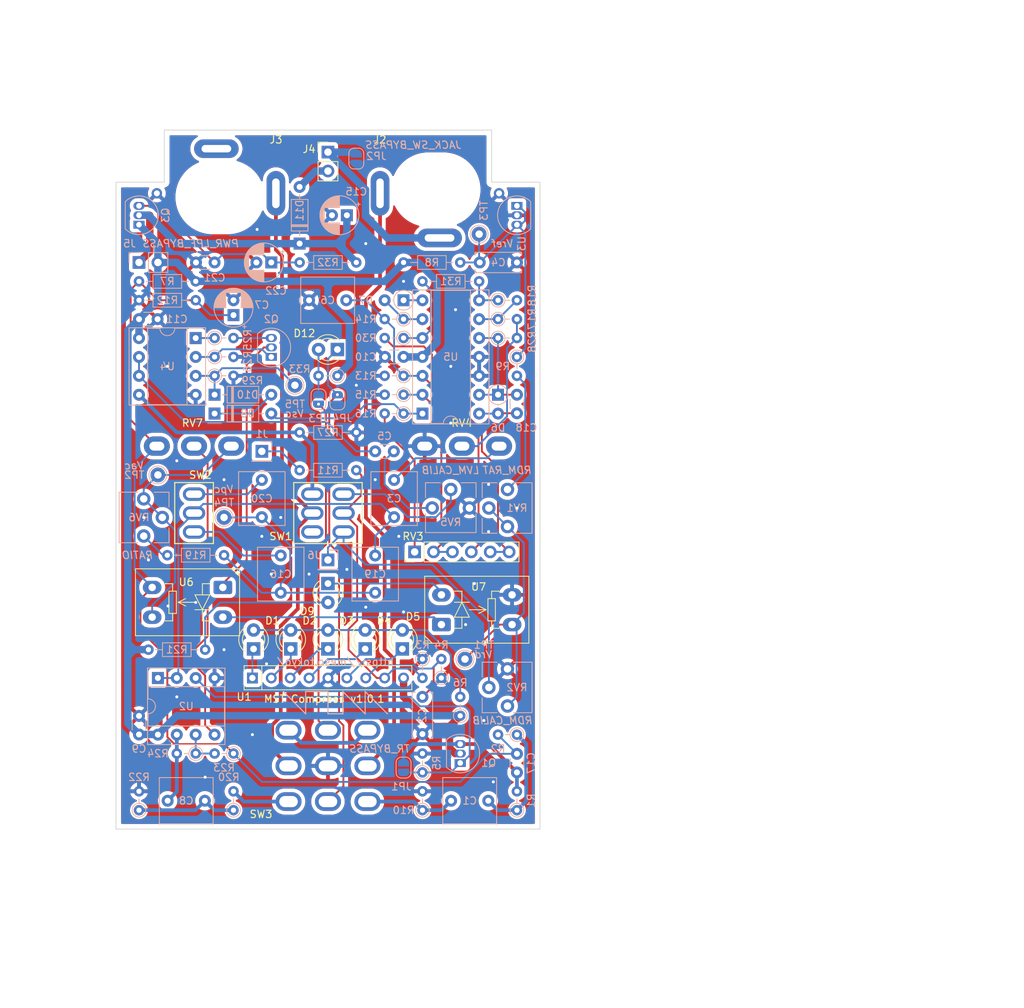
<source format=kicad_pcb>
(kicad_pcb (version 20211014) (generator pcbnew)
  (layers (0 "F.Cu" signal) (31 "B.Cu" signal) (34 "B.Paste" user) (35 "F.Paste" user) (36 "B.SilkS" user "B.Silkscreen") (37 "F.SilkS" user "F.Silkscreen") (38 "B.Mask" user) (39 "F.Mask" user) (44 "Edge.Cuts" user))
  (net 0 "")
  (net 1 "INPUT")
  (net 2 "Net-(C1-Pad2)")
  (net 3 "BUFFERED_SIGNAL")
  (net 4 "Net-(C3-Pad1)")
  (net 5 "GND")
  (net 6 "V_REF")
  (net 7 "Net-(C5-Pad1)")
  (net 8 "Net-(C5-Pad2)")
  (net 9 "Vbias")
  (net 10 "Net-(C17-Pad2)")
  (net 11 "Net-(C8-Pad1)")
  (net 12 "Net-(C8-Pad2)")
  (net 13 "+VDC")
  (net 14 "Net-(D1-Pad1)")
  (net 15 "Net-(D1-Pad2)")
  (net 16 "Net-(D2-Pad1)")
  (net 17 "Net-(D3-Pad1)")
  (net 18 "Net-(D4-Pad1)")
  (net 19 "Net-(D5-Pad1)")
  (net 20 "Net-(Q2-Pad1)")
  (net 21 "Net-(Q2-Pad2)")
  (net 22 "Net-(Q2-Pad3)")
  (net 23 "Net-(C15-Pad1)")
  (net 24 "Net-(R9-Pad2)")
  (net 25 "Net-(C16-Pad1)")
  (net 26 "Net-(C6-Pad2)")
  (net 27 "Net-(R15-Pad1)")
  (net 28 "SIDECHAIN_SIGNAL")
  (net 29 "Net-(R19-Pad2)")
  (net 30 "OUTPUT")
  (net 31 "Net-(R23-Pad2)")
  (net 32 "Net-(R25-Pad1)")
  (net 33 "CDS_B")
  (net 34 "GAIN_REDUCTION")
  (net 35 "OUTPUT_LEVEL")
  (net 36 "CDS_A")
  (net 37 "Net-(RV7-Pad2)")
  (net 38 "LV_METER")
  (net 39 "Net-(U6-Pad1)")
  (net 40 "Net-(C16-Pad2)")
  (net 41 "Net-(C18-Pad1)")
  (net 42 "Net-(C18-Pad2)")
  (net 43 "Net-(C20-Pad2)")
  (net 44 "Net-(C21-Pad2)")
  (net 45 "Net-(D7-Pad1)")
  (net 46 "Net-(D7-Pad2)")
  (net 47 "Net-(D10-Pad2)")
  (net 48 "Net-(D10-Pad1)")
  (net 49 "V_IN")
  (net 50 "LED_SW_ON")
  (net 51 "Net-(D12-Pad2)")
  (net 52 "GND_RING")
  (net 53 "INPUT_JACK")
  (net 55 "OUTPUT_JACK")
  (net 56 "Net-(JP1-Pad2)")
  (net 57 "LED_SW_OFF")
  (net 58 "Net-(R11-Pad2)")
  (net 59 "Net-(R17-Pad1)")
  (net 60 "Net-(R17-Pad2)")
  (net 61 "Net-(R30-Pad1)")
  (net 62 "Net-(R30-Pad2)")
  (net 64 "Net-(SW3-Pad3)")
  (net 65 "Net-(C2-Pad1)")
  (net 66 "Net-(R16-Pad2)")
  (net 67 "Net-(R18-Pad1)")
  (net 68 "Net-(D9-Pad1)")
  (net 69 "Net-(D9-Pad2)")
  (net 70 "Net-(J1-Pad1)")
  (footprint "LED_THT:LED_D3.0mm" (layer "F.Cu") (at 90 111.275 90)
    (fp_text reference "D3")
    (fp_text value "LED")
  )
  (footprint "Connector_PinHeader_2.54mm:PinHeader_1x02_P2.54mm_Vertical" (layer "F.Cu") (at 90 44.46)
    (fp_text reference "J4")
    (fp_text value "POWER_CONN")
  )
  (footprint "ak_misc:MJ-187" (layer "F.Cu") (at 105 50)
    (fp_text reference "J2")
    (fp_text value "INPUT_JACK")
  )
  (footprint "LED_THT:LED_D3.0mm" (layer "F.Cu") (at 85 111.275 90)
    (fp_text reference "D2")
    (fp_text value "LED")
  )
  (footprint "ak_misc:spdt-sw-micro" (layer "F.Cu") (at 72 93 90)
    (fp_text reference "SW2")
    (fp_text value "SW_SPDT:LOW_FREQ_COMP")
  )
  (footprint "ak_misc:MJ-187" (layer "F.Cu") (at 75 50 180)
    (fp_text reference "J3")
    (fp_text value "OUTPUT_JACK")
  )
  (footprint "Package_SIP:SIP-9_22.3x3mm_P2.54mm" (layer "F.Cu") (at 79.84 115.18)
    (fp_text reference "U1")
    (fp_text value "LA2284")
  )
  (footprint "ak_misc:3PDT_FootSwitch_ovalpad" (layer "F.Cu") (at 90 127 90)
    (fp_text reference "SW3")
    (fp_text value "3PDT_FootSwitch")
  )
  (footprint "LED_THT:LED_D3.0mm" (layer "F.Cu") (at 90 102.48 -90)
    (fp_text reference "D9")
    (fp_text value "LED")
  )
  (footprint "ak_misc:DualVR_AE-2VR-SW" (layer "F.Cu") (at 108 98.2285 90)
    (fp_text reference "RV3")
    (fp_text value "ATTACK_POT:100k")
  )
  (footprint "LED_THT:LED_D3.0mm" (layer "F.Cu") (at 80 111.275 90)
    (fp_text reference "D1")
    (fp_text value "LED")
  )
  (footprint "ak_misc:dpdt-sw-micro" (layer "F.Cu") (at 90 93 90)
    (fp_text reference "SW1")
    (fp_text value "SW_DPDT_x2")
  )
  (footprint "ak_misc:POT-16mm" (layer "F.Cu") (at 108 71)
    (fp_text reference "RV4")
    (fp_text value "PEAK_REDUCTION_POT:B10k")
  )
  (footprint "LED_THT:LED_D3.0mm" (layer "F.Cu") (at 100 111.275 90)
    (fp_text reference "D5")
    (fp_text value "LED")
  )
  (footprint "LED_THT:LED_D3.0mm" (layer "F.Cu") (at 91.27 71 180)
    (fp_text reference "D12")
    (fp_text value "LED")
  )
  (footprint "ak_misc:LCR0202" (layer "F.Cu") (at 105.25 108)
    (fp_text reference "U7")
    (fp_text value "NSL-32")
  )
  (footprint "ak_misc:LCR0202" (layer "F.Cu") (at 75.87 103 180)
    (fp_text reference "U6")
    (fp_text value "NSL-32")
  )
  (footprint "LED_THT:LED_D3.0mm" (layer "F.Cu") (at 95 111.275 90)
    (fp_text reference "D4")
    (fp_text value "LED")
  )
  (footprint "ak_misc:POT-16mm" (layer "F.Cu") (at 72 71)
    (fp_text reference "RV7")
    (fp_text value "GAIN_POT:10k")
  )
  (footprint "Connector_PinHeader_2.54mm:PinHeader_1x02_P2.54mm_Vertical" (layer "B.Cu") (at 64.6 59.3 -90)
    (fp_text reference "J5")
    (fp_text value "BYPASS_NOISE_FILTER")
  )
  (footprint "Resistor_THT:R_Axial_DIN0204_L3.6mm_D1.6mm_P7.62mm_Horizontal" (layer "B.Cu") (at 110.32 61.84 180)
    (fp_text reference "R31")
    (fp_text value "100")
  )
  (footprint "Package_TO_SOT_THT:TO-92_Inline" (layer "B.Cu") (at 115.4 51.68 -90)
    (fp_text reference "U3")
    (fp_text value "TL431LP")
  )
  (footprint "Resistor_THT:R_Axial_DIN0204_L3.6mm_D1.6mm_P2.54mm_Vertical" (layer "B.Cu") (at 64.6 132.96 90)
    (fp_text reference "R22")
    (fp_text value "1M")
  )
  (footprint "Jumper:SolderJumper-2_P1.3mm_Open_RoundedPad1.0x1.5mm" (layer "B.Cu") (at 93.81 45.33 90)
    (fp_text reference "JP2")
    (fp_text value "ALWAYS_ON")
  )
  (footprint "Diode_THT:D_DO-35_SOD27_P7.62mm_Horizontal" (layer "B.Cu") (at 86.19 56.76 90)
    (fp_text reference "D11")
    (fp_text value "BAT43")
  )
  (footprint "Resistor_THT:R_Axial_DIN0204_L3.6mm_D1.6mm_P2.54mm_Vertical" (layer "B.Cu") (at 105.24 115.18 90)
    (fp_text reference "R4")
    (fp_text value "10k")
  )
  (footprint "Resistor_THT:R_Axial_DIN0204_L3.6mm_D1.6mm_P7.62mm_Horizontal" (layer "B.Cu") (at 86.19 59.3)
    (fp_text reference "R32")
    (fp_text value "100")
  )
  (footprint "Resistor_THT:R_Axial_DIN0204_L3.6mm_D1.6mm_P2.54mm_Vertical" (layer "B.Cu") (at 74.76 69.46)
    (fp_text reference "R25")
    (fp_text value "1k")
  )
  (footprint "Capacitor_THT:C_Disc_D3.0mm_W1.6mm_P2.50mm" (layer "B.Cu") (at 64.6 120.28 -90)
    (fp_text reference "C9")
    (fp_text value "0.1u")
  )
  (footprint "Jumper:SolderJumper-2_P1.3mm_Open_RoundedPad1.0x1.5mm" (layer "B.Cu") (at 88.73 77.715 -90)
    (fp_text reference "JP3")
    (fp_text value "LED_CURRENT_BYPASS1")
  )
  (footprint "Resistor_THT:R_Axial_DIN0204_L3.6mm_D1.6mm_P2.54mm_Vertical" (layer "B.Cu") (at 74.76 72)
    (fp_text reference "R26")
    (fp_text value "100")
  )
  (footprint "Diode_THT:D_DO-35_SOD27_P2.54mm_Vertical_AnodeUp" (layer "B.Cu") (at 100.16 64.38 180)
    (fp_text reference "D7")
    (fp_text value "D")
  )
  (footprint "Resistor_THT:R_Axial_DIN0204_L3.6mm_D1.6mm_P2.54mm_Vertical" (layer "B.Cu") (at 115.4 132.96 90)
    (fp_text reference "R1")
    (fp_text value "100")
  )
  (footprint "Resistor_THT:R_Axial_DIN0204_L3.6mm_D1.6mm_P2.54mm_Vertical" (layer "B.Cu") (at 112.86 64.38)
    (fp_text reference "R18")
    (fp_text value "100k")
  )
  (footprint "Diode_THT:D_DO-35_SOD27_P2.54mm_Vertical_AnodeUp" (layer "B.Cu") (at 112.86 77.08 -90)
    (fp_text reference "D6")
    (fp_text value "D")
  )
  (footprint "Capacitor_THT:C_Rect_L7.0mm_W6.0mm_P5.00mm" (layer "B.Cu") (at 106.55 131.69)
    (fp_text reference "C1")
    (fp_text value "1u")
  )
  (footprint "Package_DIP:DIP-8_W7.62mm_Socket" (layer "B.Cu") (at 67.14 115.18 -90)
    (fp_text reference "U2")
    (fp_text value "NJM4580")
  )
  (footprint "Diode_THT:D_DO-35_SOD27_P7.62mm_Horizontal" (layer "B.Cu") (at 74.76 77.08)
    (fp_text reference "D10")
    (fp_text value "1N4148")
  )
  (footprint "TestPoint:TestPoint_THTPad_D2.0mm_Drill1.0mm" (layer "B.Cu") (at 67.14 87.875 180)
    (fp_text reference "TP2")
    (fp_text value "V_AFTER_COMP")
  )
  (footprint "Resistor_THT:R_Axial_DIN0204_L3.6mm_D1.6mm_P7.62mm_Horizontal" (layer "B.Cu") (at 86.19 87.24)
    (fp_text reference "R11")
    (fp_text value "1M")
  )
  (footprint "Resistor_THT:R_Axial_DIN0204_L3.6mm_D1.6mm_P2.54mm_Vertical" (layer "B.Cu") (at 100.16 74.54 180)
    (fp_text reference "R13")
    (fp_text value "20k")
  )
  (footprint "Resistor_THT:R_Axial_DIN0204_L3.6mm_D1.6mm_P7.62mm_Horizontal" (layer "B.Cu") (at 86.19 82.16)
    (fp_text reference "R27")
    (fp_text value "NC")
  )
  (footprint "Connector_PinHeader_2.54mm:PinHeader_1x01_P2.54mm_Vertical" (layer "B.Cu") (at 90 99.305 180)
    (fp_text reference "J6")
    (fp_text value "CALIB_B")
  )
  (footprint "Capacitor_THT:C_Disc_D6.0mm_W2.5mm_P5.00mm" (layer "B.Cu") (at 110.4 59.3)
    (fp_text reference "C4")
    (fp_text value "10u")
  )
  (footprint "Resistor_THT:R_Axial_DIN0204_L3.6mm_D1.6mm_P2.54mm_Vertical" (layer "B.Cu") (at 102.7 112.64 -90)
    (fp_text reference "R3")
    (fp_text value "1M")
  )
  (footprint "Resistor_THT:R_Axial_DIN0204_L3.6mm_D1.6mm_P2.54mm_Vertical" (layer "B.Cu") (at 107.78 120.26 90)
    (fp_text reference "R6")
    (fp_text value "1k")
  )
  (footprint "Resistor_THT:R_Axial_DIN0204_L3.6mm_D1.6mm_P2.54mm_Vertical" (layer "B.Cu") (at 102.7 127.88 90)
    (fp_text reference "R5")
    (fp_text value "10k")
  )
  (footprint "Resistor_THT:R_Axial_DIN0204_L3.6mm_D1.6mm_P7.62mm_Horizontal" (layer "B.Cu") (at 100.16 59.3)
    (fp_text reference "R8")
    (fp_text value "1k")
  )
  (footprint "Capacitor_THT:C_Rect_L7.0mm_W6.0mm_P5.00mm" (layer "B.Cu") (at 81.11 93.55 90)
    (fp_text reference "C20")
    (fp_text value "1u")
  )
  (footprint "Capacitor_THT:C_Rect_L7.0mm_W6.0mm_P5.00mm" (layer "B.Cu") (at 96.35 103.71 90)
    (fp_text reference "C19")
    (fp_text value "0.47u")
  )
  (footprint "Capacitor_THT:C_Disc_D3.0mm_W1.6mm_P2.50mm" (layer "B.Cu") (at 115.4 79.58 90)
    (fp_text reference "C18")
    (fp_text value "0.47n")
  )
  (footprint "Jumper:SolderJumper-2_P1.3mm_Open_RoundedPad1.0x1.5mm" (layer "B.Cu") (at 100.16 127.23 -90)
    (fp_text reference "JP1")
    (fp_text value "TR_BYPASS")
  )
  (footprint "ak_misc:GF063" (layer "B.Cu") (at 106.51 92.32 180)
    (fp_text reference "RV5")
    (fp_text value "OUTPUT_LEVEL_TRIM:A10k")
  )
  (footprint "Resistor_THT:R_Axial_DIN0204_L3.6mm_D1.6mm_P2.54mm_Vertical" (layer "B.Cu") (at 77.3 125.34 180)
    (fp_text reference "R23")
    (fp_text value "1k")
  )
  (footprint "Resistor_THT:R_Axial_DIN0204_L3.6mm_D1.6mm_P2.54mm_Vertical" (layer "B.Cu") (at 74.76 74.54)
    (fp_text reference "R29")
    (fp_text value "10k")
  )
  (footprint "Package_TO_SOT_THT:TO-92_Inline" (layer "B.Cu") (at 64.6 54.22 90)
    (fp_text reference "Q3")
    (fp_text value "2SC1815")
  )
  (footprint "Capacitor_THT:C_Rect_L7.0mm_W6.0mm_P5.00mm" (layer "B.Cu") (at 87.46 64.38)
    (fp_text reference "C6")
    (fp_text value "2.2u")
  )
  (footprint "ak_misc:GF063" (layer "B.Cu") (at 114.13 116.45 -90)
    (fp_text reference "RV2")
    (fp_text value "GAIN_REDUCTION_TRIM:10k")
  )
  (footprint "Capacitor_THT:C_Disc_D6.0mm_W2.5mm_P5.00mm" (layer "B.Cu") (at 102.7 117.72 -90)
    (fp_text reference "C2")
    (fp_text value "10u")
  )
  (footprint "Resistor_THT:R_Axial_DIN0204_L3.6mm_D1.6mm_P2.54mm_Vertical" (layer "B.Cu") (at 115.4 122.8 180)
    (fp_text reference "R2")
    (fp_text value "1M")
  )
  (footprint "TestPoint:TestPoint_THTPad_D2.0mm_Drill1.0mm" (layer "B.Cu") (at 110.32 55.49 180)
    (fp_text reference "TP3")
    (fp_text value "V_REF")
  )
  (footprint "Resistor_THT:R_Axial_DIN0204_L3.6mm_D1.6mm_P2.54mm_Vertical" (layer "B.Cu") (at 77.3 132.96 90)
    (fp_text reference "R20")
    (fp_text value "1k")
  )
  (footprint "Resistor_THT:R_Axial_DIN0204_L3.6mm_D1.6mm_P2.54mm_Vertical" (layer "B.Cu") (at 100.16 77.08 180)
    (fp_text reference "R15")
    (fp_text value "1k")
  )
  (footprint "Resistor_THT:R_Axial_DIN0204_L3.6mm_D1.6mm_P2.54mm_Vertical" (layer "B.Cu") (at 112.86 66.92)
    (fp_text reference "R17")
    (fp_text value "100k")
  )
  (footprint "ak_misc:GF063" (layer "B.Cu") (at 114.13 92.32 -90)
    (fp_text reference "RV1")
    (fp_text value "REDUCTION_CALIB_TRIM:1k")
  )
  (footprint "Resistor_THT:R_Axial_DIN0204_L3.6mm_D1.6mm_P7.62mm_Horizontal" (layer "B.Cu") (at 65.87 111.37)
    (fp_text reference "R21")
    (fp_text value "0")
  )
  (footprint "Capacitor_THT:C_Disc_D3.0mm_W1.6mm_P2.50mm" (layer "B.Cu") (at 72.26 59.3)
    (fp_text reference "C21")
    (fp_text value "0.1u")
  )
  (footprint "Package_TO_SOT_THT:TO-92_Inline" (layer "B.Cu") (at 107.78 126.61 90)
    (fp_text reference "Q1")
    (fp_text value "2SC1815")
  )
  (footprint "Package_DIP:DIP-8_W7.62mm_Socket" (layer "B.Cu") (at 72.22 69.47 180)
    (fp_text reference "U4")
    (fp_text value "LM358")
  )
  (footprint "Capacitor_THT:CP_Radial_D5.0mm_P2.00mm" (layer "B.Cu") (at 77.3 66.38 90)
    (fp_text reference "C7")
    (fp_text value "10u")
  )
  (footprint "Capacitor_THT:C_Disc_D3.0mm_W1.6mm_P2.50mm" (layer "B.Cu") (at 98.85 84.7 180)
    (fp_text reference "C5")
    (fp_text value "1u")
  )
  (footprint "Package_TO_SOT_THT:TO-92_Inline" (layer "B.Cu") (at 82.38 72 90)
    (fp_text reference "Q2")
    (fp_text value "2SC1815")
  )
  (footprint "Resistor_THT:R_Axial_DIN0204_L3.6mm_D1.6mm_P7.62mm_Horizontal" (layer "B.Cu") (at 64.6 64.38)
    (fp_text reference "R12")
    (fp_text value "4.7k")
  )
  (footprint "Connector_PinHeader_2.54mm:PinHeader_1x01_P2.54mm_Vertical" (layer "B.Cu") (at 81.11 84.7 180)
    (fp_text reference "J1")
    (fp_text value "CALIB_A")
  )
  (footprint "Resistor_THT:R_Axial_DIN0204_L3.6mm_D1.6mm_P7.62mm_Horizontal" (layer "B.Cu") (at 64.6 61.84)
    (fp_text reference "R7")
    (fp_text value "4.7k")
  )
  (footprint "Capacitor_THT:C_Rect_L7.0mm_W6.0mm_P5.00mm" (layer "B.Cu") (at 68.45 131.69)
    (fp_text reference "C8")
    (fp_text value "1u")
  )
  (footprint "Resistor_THT:R_Axial_DIN0204_L3.6mm_D1.6mm_P2.54mm_Vertical" (layer "B.Cu") (at 72.22 125.34 180)
    (fp_text reference "R24")
    (fp_text value "10k")
  )
  (footprint "Capacitor_THT:C_Disc_D3.0mm_W1.6mm_P2.50mm" (layer "B.Cu") (at 67.1 66.92 180)
    (fp_text reference "C11")
    (fp_text value "0.1u")
  )
  (footprint "TestPoint:TestPoint_THTPad_D2.0mm_Drill1.0mm" (layer "B.Cu") (at 108.415 112.64 180)
    (fp_text reference "TP1")
    (fp_text value "V_REDUCTION")
  )
  (footprint "Resistor_THT:R_Axial_DIN0204_L3.6mm_D1.6mm_P2.54mm_Vertical" (layer "B.Cu") (at 112.86 69.46)
    (fp_text reference "R28")
    (fp_text value "100k")
  )
  (footprint "Resistor_THT:R_Axial_DIN0204_L3.6mm_D1.6mm_P2.54mm_Vertical" (layer "B.Cu") (at 102.7 132.96 90)
    (fp_text reference "R10")
    (fp_text value "1M")
  )
  (footprint "Resistor_THT:R_Axial_DIN0204_L3.6mm_D1.6mm_P2.54mm_Vertical" (layer "B.Cu") (at 100.16 79.62 180)
    (fp_text reference "R16")
    (fp_text value "20k")
  )
  (footprint "Resistor_THT:R_Axial_DIN0204_L3.6mm_D1.6mm_P7.62mm_Horizontal" (layer "B.Cu") (at 76.03 98.67 180)
    (fp_text reference "R19")
    (fp_text value "470")
  )
  (footprint "Diode_THT:D_DO-35_SOD27_P7.62mm_Horizontal" (layer "B.Cu") (at 74.76 79.62)
    (fp_text reference "D8")
    (fp_text value "bypass")
  )
  (footprint "Resistor_THT:R_Axial_DIN0204_L3.6mm_D1.6mm_P2.54mm_Vertical" (layer "B.Cu") (at 91.27 74.54 180)
    (fp_text reference "R33")
    (fp_text value "470k")
  )
  (footprint "TestPoint:TestPoint_THTPad_D2.0mm_Drill1.0mm" (layer "B.Cu") (at 76.03 93.59 180)
    (fp_text reference "TP4")
    (fp_text value "V_PRE_COMP")
  )
  (footprint "Capacitor_THT:C_Rect_L7.0mm_W6.0mm_P5.00mm" (layer "B.Cu") (at 83.65 103.71 90)
    (fp_text reference "C16")
    (fp_text value "0.47u")
  )
  (footprint "ak_misc:GF063" (layer "B.Cu") (at 65.235 93.59 90)
    (fp_text reference "RV6")
    (fp_text value "RATIO_CALIB_TRIM:1k")
  )
  (footprint "Resistor_THT:R_Axial_DIN0204_L3.6mm_D1.6mm_P2.54mm_Vertical" (layer "B.Cu") (at 100.16 69.46 180)
    (fp_text reference "R30")
    (fp_text value "1k")
  )
  (footprint "TestPoint:TestPoint_THTPad_D2.0mm_Drill1.0mm" (layer "B.Cu") (at 85.555 75.81 180)
    (fp_text reference "TP5")
    (fp_text value "V_SC")
  )
  (footprint "Capacitor_THT:CP_Radial_D5.0mm_P2.00mm" (layer "B.Cu") (at 82.38 59.3 180)
    (fp_text reference "C22")
    (fp_text value "100u")
  )
  (footprint "Resistor_THT:R_Axial_DIN0204_L3.6mm_D1.6mm_P2.54mm_Vertical" (layer "B.Cu") (at 115.4 72 -90)
    (fp_text reference "R9")
    (fp_text value "470")
  )
  (footprint "Jumper:SolderJumper-2_P1.3mm_Open_RoundedPad1.0x1.5mm" (layer "B.Cu") (at 91.27 77.73 -90)
    (fp_text reference "JP4")
    (fp_text value "LED_CURRENT_BYPASS2")
  )
  (footprint "Capacitor_THT:C_Disc_D3.0mm_W1.6mm_P2.50mm" (layer "B.Cu") (at 115.4 125.38 -90)
    (fp_text reference "C17")
    (fp_text value "0.47n")
  )
  (footprint "Package_DIP:DIP-14_W7.62mm_Socket" (layer "B.Cu") (at 102.7 79.625)
    (fp_text reference "U5")
    (fp_text value "LM324")
  )
  (footprint "Capacitor_THT:C_Rect_L7.0mm_W6.0mm_P5.00mm" (layer "B.Cu") (at 98.89 88.55 -90)
    (fp_text reference "C3")
    (fp_text value "1u")
  )
  (footprint "Resistor_THT:R_Axial_DIN0204_L3.6mm_D1.6mm_P2.54mm_Vertical" (layer "B.Cu") (at 100.16 66.92 180)
    (fp_text reference "R14")
    (fp_text value "100")
  )
  (footprint "Capacitor_THT:CP_Radial_D5.0mm_P2.00mm" (layer "B.Cu") (at 92.54 52.95 180)
    (fp_text reference "C15")
    (fp_text value "10u")
  )
  (footprint "Capacitor_THT:C_Disc_D3.0mm_W1.6mm_P2.50mm" (layer "B.Cu") (at 97.66 72)
    (fp_text reference "C10")
    (fp_text value "0.1u")
  )
  (gr_line (start 95 120) (end 92 117) (layer "B.SilkS") (width 0.15))
  (gr_line (start 90 117) (end 87 117) (layer "B.SilkS") (width 0.15))
  (gr_line (start 98 120) (end 95 117) (layer "B.SilkS") (width 0.15))
  (gr_line (start 95 117) (end 95 120) (layer "B.SilkS") (width 0.15))
  (gr_line (start 87 120) (end 84 117) (layer "B.SilkS") (width 0.15))
  (gr_line (start 87 117) (end 87 120) (layer "B.SilkS") (width 0.15))
  (gr_line (start 92 117) (end 92 120) (layer "B.SilkS") (width 0.15))
  (gr_line (start 92 120) (end 90 120) (layer "B.SilkS") (width 0.15))
  (gr_line (start 90 120) (end 90 117) (layer "B.SilkS") (width 0.15))
  (gr_line (start 112 41.5) (end 112 48.5) (layer "Edge.Cuts") (width 0.1))
  (gr_line (start 68 48.5) (end 68 41.5) (layer "Edge.Cuts") (width 0.1))
  (gr_line (start 61.5 48.5) (end 68 48.5) (layer "Edge.Cuts") (width 0.1))
  (gr_line (start 118.5 48.5) (end 118.5 135.5) (layer "Edge.Cuts") (width 0.1))
  (gr_line (start 61.5 135.5) (end 61.5 48.5) (layer "Edge.Cuts") (width 0.1))
  (gr_line (start 112 48.5) (end 118.5 48.5) (layer "Edge.Cuts") (width 0.1))
  (gr_line (start 68 41.5) (end 112 41.5) (layer "Edge.Cuts") (width 0.1))
  (gr_line (start 118.5 135.5) (end 61.5 135.5) (layer "Edge.Cuts") (width 0.1))
  (gr_text "https://meso.tokyo/" (at 91 113) (layer "B.SilkS") (effects (font (size 1 1)) (justify mirror)))
  (gr_text "TR_BYPASS" (at 96.985 124.705) (layer "B.SilkS") (effects (font (size 1 1) (thickness 0.15) italic) (justify mirror)))
  (gr_text "RATIO" (at 64.435 98.67) (layer "B.SilkS") (effects (font (size 1 1) (thickness 0.15) italic) (justify mirror)))
  (gr_text "Vsc" (at 85.555 79.62) (layer "B.SilkS") (effects (font (size 1 1) (thickness 0.15) italic) (justify mirror)))
  (gr_text "JACK_SW_BYPASS" (at 101.5 43.5) (layer "B.SilkS") (effects (font (size 1 1) (thickness 0.15) italic) (justify mirror)))
  (gr_text "Vac" (at 63.965 86.605) (layer "B.SilkS") (effects (font (size 1 1) (thickness 0.15) italic) (justify mirror)))
  (gr_text "Vref" (at 113.495 56.76) (layer "B.SilkS") (effects (font (size 1 1) (thickness 0.15) italic) (justify mirror)))
  (gr_text "RDM_CALIB" (at 113.495 120.895) (layer "B.SilkS") (effects (font (size 1 1) (thickness 0.15) italic) (justify mirror)))
  (gr_text "LVM_CALIB" (at 106.51 87.24) (layer "B.SilkS") (effects (font (size 1 1) (thickness 0.15) italic) (justify mirror)))
  (gr_text "PWR_LPF_BYPASS" (at 71.585 56.76) (layer "B.SilkS") (effects (font (size 1 1) (thickness 0.15) italic) (justify mirror)))
  (gr_text "Vrd" (at 110.955 112.005) (layer "B.SilkS") (effects (font (size 1 1) (thickness 0.15) italic) (justify mirror)))
  (gr_text "RDM_RAT" (at 114.13 87.24) (layer "B.SilkS") (effects (font (size 1 1) (thickness 0.15) italic) (justify mirror)))
  (gr_text "Vpc" (at 76.03 89.78) (layer "B.SilkS") (effects (font (size 1 1) (thickness 0.15) italic) (justify mirror)))
  (gr_text "MST Compress v1.0.1" (at 89.5 118) (layer "F.SilkS") (effects (font (size 1 1))))
  (segment (start 105.28 132.96) (end 106.55 131.69) (width 0.5) (layer "B.Cu") (net 1))
  (segment (start 101.54 131.8) (end 102.7 132.96) (width 0.5) (layer "B.Cu") (net 1))
  (segment (start 95.3 131.8) (end 101.54 131.8) (width 0.5) (layer "B.Cu") (net 1))
  (segment (start 102.7 132.96) (end 105.28 132.96) (width 0.5) (layer "B.Cu") (net 1))
  (segment (start 112.82 132.96) (end 111.55 131.69) (width 0.5) (layer "B.Cu") (net 2))
  (segment (start 116.65 131.71) (end 116.65 124.05) (width 0.5) (layer "B.Cu") (net 2))
  (segment (start 115.4 132.96) (end 116.65 131.71) (width 0.5) (layer "B.Cu") (net 2))
  (segment (start 116.65 124.05) (end 115.4 122.8) (width 0.5) (layer "B.Cu") (net 2))
  (segment (start 115.4 132.96) (end 112.82 132.96) (width 0.5) (layer "B.Cu") (net 2))
  (segment (start 73.225 91.775) (end 97.115 91.775) (width 0.25) (layer "B.Cu") (net 3))
  (segment (start 69.68 115.18) (end 67.14 115.18) (width 0.25) (layer "B.Cu") (net 3))
  (segment (start 69.885 95.115) (end 72 93) (width 0.25) (layer "B.Cu") (net 3))
  (segment (start 72 93) (end 73.225 91.775) (width 0.25) (layer "B.Cu") (net 3))
  (segment (start 69.68 115.18) (end 69.885 114.975) (width 0.25) (layer "B.Cu") (net 3))
  (segment (start 97.115 91.775) (end 98.89 93.55) (width 0.25) (layer "B.Cu") (net 3))
  (segment (start 96.35 98.71) (end 96.35 96.09) (width 0.25) (layer "B.Cu") (net 3))
  (segment (start 96.35 96.09) (end 98.89 93.55) (width 0.25) (layer "B.Cu") (net 3))
  (segment (start 69.885 114.975) (end 69.885 95.115) (width 0.25) (layer "B.Cu") (net 3))
  (segment (start 101.43 85.97) (end 101.775 85.625) (width 0.25) (layer "B.Cu") (net 4))
  (segment (start 101.775 85.625) (end 111.375 85.625) (width 0.25) (layer "B.Cu") (net 4))
  (segment (start 111.375 85.625) (end 113 84) (width 0.25) (layer "B.Cu") (net 4))
  (segment (start 101.43 86.01) (end 101.43 85.97) (width 0.25) (layer "B.Cu") (net 4))
  (segment (start 98.89 88.55) (end 101.43 86.01) (width 0.25) (layer "B.Cu") (net 4))
  (via (at 92.54 100.575) (size 0.8) (drill 0.4) (layers "F.Cu" "B.Cu") (net 5))
  (via (at 81.11 96.13) (size 0.8) (drill 0.4) (layers "F.Cu" "B.Cu") (net 5))
  (via (at 68.41 73.27) (size 0.8) (drill 0.4) (layers "F.Cu" "B.Cu") (net 5))
  (via (at 69.68 117.72) (size 0.8) (drill 0.4) (layers "F.Cu" "B.Cu") (net 5))
  (via (at 111.59 89.145) (size 0.8) (drill 0.4) (layers "F.Cu" "B.Cu") (net 5))
  (via (at 82.38 101.21) (size 0.8) (drill 0.4) (layers "F.Cu" "B.Cu") (net 5))
  (via (at 76.03 88.51) (size 0.8) (drill 0.4) (layers "F.Cu" "B.Cu") (net 5))
  (via (at 81.745 113.275) (size 0.8) (drill 0.4) (layers "F.Cu" "B.Cu") (net 5))
  (via (at 83.65 93.59) (size 0.8) (drill 0.4) (layers "F.Cu" "B.Cu") (net 5))
  (via (at 108.5 108) (size 0.8) (drill 0.4) (layers "F.Cu" "B.Cu") (net 5))
  (via (at 87.46 101.21) (size 0.8) (drill 0.4) (layers "F.Cu" "B.Cu") (net 5))
  (via (at 69.68 85.97) (size 0.8) (drill 0.4) (layers "F.Cu" "B.Cu") (net 5))
  (via (at 112.225 129.15) (size 0.8) (drill 0.4) (layers "F.Cu" "B.Cu") (net 5))
  (via (at 76.03 111.37) (size 0.8) (drill 0.4) (layers "F.Cu" "B.Cu") (net 5))
  (via (at 95.08 56.76) (size 0.8) (drill 0.4) (layers "F.Cu" "B.Cu") (net 5))
  (via (at 73.49 128.515) (size 0.8) (drill 0.4) (layers "F.Cu" "B.Cu") (net 5))
  (via (at 80.475 54.855) (size 0.8) (drill 0.4) (layers "F.Cu" "B.Cu") (net 5))
  (via (at 106.51 73.27) (size 0.8) (drill 0.4) (layers "F.Cu" "B.Cu") (net 5))
  (via (at 111.59 95.495) (size 0.8) (drill 0.4) (layers "F.Cu" "B.Cu") (net 5))
  (via (at 106.51 80.89) (size 0.8) (drill 0.4) (layers "F.Cu" "B.Cu") (net 5))
  (via (at 79.84 122.8) (size 0.8) (drill 0.4) (layers "F.Cu" "B.Cu") (net 5))
  (via (at 93.81 75.81) (size 0.8) (drill 0.4) (layers "F.Cu" "B.Cu") (net 5))
  (via (at 100.16 106.29) (size 0.8) (drill 0.4) (layers "F.Cu" "B.Cu") (net 5))
  (via (at 110.955 120.895) (size 0.8) (drill 0.4) (layers "F.Cu" "B.Cu") (net 5))
  (via (at 99.525 96.13) (size 0.8) (drill 0.4) (layers "F.Cu" "B.Cu") (net 5))
  (via (at 72.22 105.02) (size 0.8) (drill 0.4) (layers "F.Cu" "B.Cu") (net 5))
  (via (at 65.235 93.59) (size 0.8) (drill 0.4) (layers "F.Cu" "B.Cu") (net 5))
  (via (at 96.35 88.51) (size 0.8) (drill 0.4) (layers "F.Cu" "B.Cu") (net 5))
  (via (at 100.16 61.84) (size 0.8) (drill 0.4) (layers "F.Cu" "B.Cu") (net 5))
  (via (at 107.145 65.65) (size 0.8) (drill 0.4) (layers "F.Cu" "B.Cu") (net 5))
  (via (at 109.685 102.48) (size 0.8) (drill 0.4) (layers "F.Cu" "B.Cu") (net 5))
  (via (at 115.4 92.32) (size 0.8) (drill 0.4) (layers "F.Cu" "B.Cu") (net 5))
  (via (at 68.5 105.5) (size 0.8) (drill 0.4) (layers "F.Cu" "B.Cu") (net 5))
  (via (at 65.87 99.305) (size 0.8) (drill 0.4) (layers "F.Cu" "B.Cu") (net 5))
  (via (at 95.08 105.655) (size 0.8) (drill 0.4) (layers "F.Cu" "B.Cu") (net 5))
  (segment (start 115.95 54.22) (end 116.475 53.695) (width 0.25) (layer "B.Cu") (net 6))
  (segment (start 116.525 70.875) (end 116.525 55.345) (width 0.25) (layer "B.Cu") (net 6))
  (segment (start 110.4 59.3) (end 115.4 54.3) (width 0.25) (layer "B.Cu") (net 6))
  (segment (start 115.4 54.22) (end 115.95 54.22) (width 0.25) (layer "B.Cu") (net 6))
  (segment (start 115.4 54.3) (end 115.4 54.22) (width 0.25) (layer "B.Cu") (net 6))
  (segment (start 115.4 72) (end 116.525 70.875) (width 0.25) (layer "B.Cu") (net 6))
  (segment (start 116.525 55.345) (end 115.4 54.22) (width 0.25) (layer "B.Cu") (net 6))
  (segment (start 116.475 52.53) (end 115.625 51.68) (width 0.25) (layer "B.Cu") (net 6))
  (segment (start 110.32 59.22) (end 110.4 59.3) (width 0.25) (layer "B.Cu") (net 6))
  (segment (start 110.32 55.49) (end 110.32 59.22) (width 0.25) (layer "B.Cu") (net 6))
  (segment (start 115.625 51.68) (end 115.4 51.68) (width 0.25) (layer "B.Cu") (net 6))
  (segment (start 107.78 59.3) (end 110.4 59.3) (width 0.25) (layer "B.Cu") (net 6))
  (segment (start 116.475 53.695) (end 116.475 52.53) (width 0.25) (layer "B.Cu") (net 6))
  (segment (start 104.01 92.32) (end 100.795 92.32) (width 0.25) (layer "B.Cu") (net 7))
  (segment (start 97.62 89.145) (end 97.62 85.93) (width 0.25) (layer "B.Cu") (net 7))
  (segment (start 97.62 85.93) (end 98.85 84.7) (width 0.25) (layer "B.Cu") (net 7))
  (segment (start 100.795 92.32) (end 97.62 89.145) (width 0.25) (layer "B.Cu") (net 7))
  (segment (start 89.855 80.745) (end 93.81 84.7) (width 0.25) (layer "B.Cu") (net 8))
  (segment (start 64.6 72.01) (end 64.6 74.55) (width 0.25) (layer "B.Cu") (net 8))
  (segment (start 70.795 80.745) (end 89.855 80.745) (width 0.25) (layer "B.Cu") (net 8))
  (segment (start 64.6 74.55) (end 70.795 80.745) (width 0.25) (layer "B.Cu") (net 8))
  (segment (start 93.81 84.7) (end 96.35 84.7) (width 0.25) (layer "B.Cu") (net 8))
  (segment (start 69.359009 124.07) (end 76.03 124.07) (width 0.25) (layer "F.Cu") (net 9))
  (segment (start 63.475 80.475) (end 67 84) (width 0.25) (layer "F.Cu") (net 9))
  (segment (start 64.795 104.575) (end 64.795 108.795) (width 0.25) (layer "F.Cu") (net 9))
  (segment (start 68.41 123.120991) (end 69.359009 124.07) (width 0.25) (layer "F.Cu") (net 9))
  (segment (start 64.795 108.795) (end 68.41 112.41) (width 0.25) (layer "F.Cu") (net 9))
  (segment (start 66.37 103) (end 64.795 104.575) (width 0.25) (layer "F.Cu") (net 9))
  (segment (start 76.03 124.07) (end 77.3 125.34) (width 0.25) (layer "F.Cu") (net 9))
  (segment (start 64.6 61.84) (end 63.475 62.965) (width 0.25) (layer "F.Cu") (net 9))
  (segment (start 67.14 64.38) (end 72.22 64.38) (width 0.25) (layer "F.Cu") (net 9))
  (segment (start 63.475 62.965) (end 63.475 80.475) (width 0.25) (layer "F.Cu") (net 9))
  (segment (start 68.41 114.09) (end 68.41 123.120991) (width 0.25) (layer "F.Cu") (net 9))
  (segment (start 68.41 112.41) (end 68.41 114.09) (width 0.25) (layer "F.Cu") (net 9))
  (segment (start 64.6 61.84) (end 67.14 64.38) (width 0.25) (layer "F.Cu") (net 9))
  (segment (start 115.4 125.38) (end 112.86 122.84) (width 0.25) (layer "B.Cu") (net 9))
  (segment (start 64.01 86.99) (end 64.01 100.64) (width 0.25) (layer "B.Cu") (net 9))
  (segment (start 111.55 125.38) (end 107.78 129.15) (width 0.25) (layer "B.Cu") (net 9))
  (segment (start 64.01 100.64) (end 66.37 103) (width 0.25) (layer "B.Cu") (net 9))
  (segment (start 67 84) (end 64.01 86.99) (width 0.25) (layer "B.Cu") (net 9))
  (segment (start 112.86 122.84) (end 112.86 122.8) (width 0.25) (layer "B.Cu") (net 9))
  (segment (start 65.87 102.48) (end 66.545 102.48) (width 0.25) (layer "B.Cu") (net 9))
  (segment (start 115.4 125.38) (end 111.55 125.38) (width 0.25) (layer "B.Cu") (net 9))
  (segment (start 81.11 129.15) (end 77.3 125.34) (width 0.25) (layer "B.Cu") (net 9))
  (segment (start 107.78 129.15) (end 81.11 129.15) (width 0.25) (layer "B.Cu") (net 9))
  (segment (start 77.3 66.38) (end 74.22 66.38) (width 0.25) (layer "B.Cu") (net 9))
  (segment (start 74.22 66.38) (end 72.22 64.38) (width 0.25) (layer "B.Cu") (net 9))
  (segment (start 115.4 127.88) (end 111.59 124.07) (width 0.5) (layer "F.Cu") (net 10))
  (segment (start 111.59 124.07) (end 107.78 124.07) (width 0.5) (layer "F.Cu") (net 10))
  (segment (start 115.4 130.42) (end 115.4 127.88) (width 0.5) (layer "B.Cu") (net 10))
  (segment (start 107.78 124.07) (end 101.43 124.07) (width 0.5) (layer "B.Cu") (net 10))
  (segment (start 100.16 125.34) (end 100.16 126.58) (width 0.5) (layer "B.Cu") (net 10))
  (segment (start 101.43 124.07) (end 100.16 125.34) (width 0.5) (layer "B.Cu") (net 10))
  (segment (start 69.68 130.46) (end 68.45 131.69) (width 0.5) (layer "B.Cu") (net 11))
  (segment (start 69.68 122.8) (end 69.68 125.34) (width 0.5) (layer "B.Cu") (net 11))
  (segment (start 69.68 125.34) (end 69.68 130.46) (width 0.5) (layer "B.Cu") (net 11))
  (segment (start 64.6 132.96) (end 72.18 132.96) (width 0.5) (layer "B.Cu") (net 12))
  (segment (start 77.3 132.96) (end 74.72 132.96) (width 0.5) (layer "B.Cu") (net 12))
  (segment (start 74.72 132.96) (end 73.45 131.69) (width 0.5) (layer "B.Cu") (net 12))
  (segment (start 72.18 132.96) (end 73.45 131.69) (width 0.5) (layer "B.Cu") (net 12))
  (segment (start 106.33 122.345) (end 106.33 124.577412) (width 1) (layer "F.Cu") (net 13))
  (segment (start 107.092588 125.34) (end 107.78 125.34) (width 1) (layer "F.Cu") (net 13))
  (segment (start 106.33 121.71) (end 106.33 122.345) (width 1) (layer "F.Cu") (net 13))
  (segment (start 106.33 122.345) (end 105.695 121.71) (width 1) (layer "F.Cu") (net 13))
  (segment (start 107.78 120.26) (end 106.33 121.71) (width 1) (layer "F.Cu") (net 13))
  (segment (start 106.33 121.71) (end 105.695 121.71) (width 1) (layer "F.Cu") (net 13))
  (segment (start 100.16 117.72) (end 100.16 115.18) (width 1) (layer "F.Cu") (net 13))
  (segment (start 104.15 121.71) (end 100.16 117.72) (width 1) (layer "F.Cu") (net 13))
  (segment (start 105.695 121.71) (end 104.15 121.71) (width 1) (layer "F.Cu") (net 13))
  (segment (start 106.33 124.577412) (end 107.092588 125.34) (width 1) (layer "F.Cu") (net 13))
  (segment (start 102.705 72) (end 102.71 72.005) (width 1) (layer "B.Cu") (net 13))
  (segment (start 63.965 111.37) (end 63.1 112.235) (width 1) (layer "B.Cu") (net 13))
  (segment (start 63.965 111.37) (end 63.1 110.505) (width 1) (layer "B.Cu") (net 13))
  (segment (start 97.62 61.84) (end 100.16 59.3) (width 1) (layer "B.Cu") (net 13))
  (segment (start 90 62.475) (end 90 61.84) (width 1) (layer "B.Cu") (net 13))
  (segment (start 63.1 121.28) (end 64.6 122.78) (width 1) (layer "B.Cu") (net 13))
  (segment (start 64.6 66.92) (end 63.1 68.42) (width 1) (layer "B.Cu") (net 13))
  (segment (start 90.635 61.84) (end 91.27 61.84) (width 1) (layer "B.Cu") (net 13))
  (segment (start 67.12 122.78) (end 67.14 122.8) (width 1) (layer "B.Cu") (net 13))
  (segment (start 63.1 111.6) (end 63.1 112.41) (width 1) (layer "B.Cu") (net 13))
  (segment (start 91.27 74.54) (end 92.87 72.94) (width 1) (layer "B.Cu") (net 13))
  (segment (start 67.14 64.38) (end 64.6 66.92) (width 1) (layer "B.Cu") (net 13))
  (segment (start 63.1 113.68) (end 63.1 117.49) (width 1) (layer "B.Cu") (net 13))
  (segment (start 67.14 56.76) (end 67.14 59.3) (width 1) (layer "B.Cu") (net 13))
  (segment (start 63.965 111.37) (end 63.33 111.37) (width 1) (layer "B.Cu") (net 13))
  (segment (start 64.6 54.22) (end 67.14 56.76) (width 1) (layer "B.Cu") (net 13))
  (segment (start 91.27 61.84) (end 97.62 61.84) (width 1) (layer "B.Cu") (net 13))
  (segment (start 63.33 111.37) (end 63.1 111.6) (width 1) (layer "B.Cu") (net 13))
  (segment (start 65.87 111.37) (end 63.965 111.37) (width 1) (layer "B.Cu") (net 13))
  (segment (start 102.139899 59.3) (end 100.16 59.3) (width 1) (layer "B.Cu") (net 13))
  (segment (start 90 62.475) (end 89.365 61.84) (width 1) (layer "B.Cu") (net 13))
  (segment (start 63.1 110.505) (end 63.1 111.6) (width 1) (layer "B.Cu") (net 13))
  (segment (start 104.66 70.055) (end 104.66 61.820101) (width 1) (layer "B.Cu") (net 13))
  (segment (start 90 62.475) (end 90.635 61.84) (width 1) (layer "B.Cu") (net 13))
  (segment (start 90 61.84) (end 91.27 61.84) (width 1) (layer "B.Cu") (net 13))
  (segment (start 107.78 120.26) (end 107.77 120.25) (width 1) (layer "B.Cu") (net 13))
  (segment (start 67.14 59.3) (end 69.68 59.3) (width 1) (layer "B.Cu") (net 13))
  (segment (start 90 64.38) (end 90 62.475) (width 1) (layer "B.Cu") (net 13))
  (segment (start 63.1 112.235) (end 63.1 112.41) (width 1) (layer "B.Cu") (net 13))
  (segment (start 92.87 67.25) (end 90 64.38) (width 1) (layer "B.Cu") (net 13))
  (segment (start 69.69 120.25) (end 67.14 122.8) (width 1) (layer "B.Cu") (net 13))
  (segment (start 107.77 120.25) (end 69.69 120.25) (width 1) (layer "B.Cu") (net 13))
  (segment (start 102.71 72.005) (end 104.66 70.055) (width 1) (layer "B.Cu") (net 13))
  (segment (start 64.6 122.78) (end 67.12 122.78) (width 1) (layer "B.Cu") (net 13))
  (segment (start 92.87 72.94) (end 92.87 67.25) (width 1) (layer "B.Cu") (net 13))
  (segment (start 72.22 61.84) (end 89.365 61.84) (width 1) (layer "B.Cu") (net 13))
  (segment (start 63.1 112.41) (end 63.1 113.68) (width 1) (layer "B.Cu") (net 13))
  (segment (start 100.16 72) (end 102.705 72) (width 1) (layer "B.Cu") (net 13))
  (segment (start 63.1 117.49) (end 63.1 121.28) (width 1) (layer "B.Cu") (net 13))
  (segment (start 63.1 68.42) (end 63.1 110.505) (width 1) (layer "B.Cu") (net 13))
  (segment (start 89.365 61.84) (end 90 61.84) (width 1) (layer "B.Cu") (net 13))
  (segment (start 67.14 59.3) (end 67.14 64.38) (width 1) (layer "B.Cu") (net 13))
  (segment (start 104.66 61.820101) (end 102.139899 59.3) (width 1) (layer "B.Cu") (net 13))
  (segment (start 64.6 66.92) (end 64.6 69.47) (width 1) (layer "B.Cu") (net 13))
  (segment (start 69.68 59.3) (end 72.22 61.84) (width 1) (layer "B.Cu") (net 13))
  (segment (start 79.84 111.435) (end 80 111.275) (width 0.25) (layer "B.Cu") (net 14))
  (segment (start 79.84 115.18) (end 79.84 111.435) (width 0.25) (layer "B.Cu") (net 14))
  (segment (start 103.235 108.735) (end 106.51 112.01) (width 0.25) (layer "B.Cu") (net 15))
  (segment (start 106.51 113.91) (end 107.78 115.18) (width 0.25) (layer "B.Cu") (net 15))
  (segment (start 100 108.735) (end 103.235 108.735) (width 0.25) (layer "B.Cu") (net 15))
  (segment (start 107.78 115.18) (end 107.78 117.72) (width 0.25) (layer "B.Cu") (net 15))
  (segment (start 100 108.735) (end 80 108.735) (width 0.25) (layer "B.Cu") (net 15))
  (segment (start 106.51 112.01) (end 106.51 113.91) (width 0.25) (layer "B.Cu") (net 15))
  (segment (start 85 111.275) (end 85 112.56) (width 0.25) (layer "B.Cu") (net 16))
  (segment (start 85 112.56) (end 82.38 115.18) (width 0.25) (layer "B.Cu") (net 16))
  (segment (start 88.825 111.275) (end 84.92 115.18) (width 0.25) (layer "B.Cu") (net 17))
  (segment (start 90 111.275) (end 88.825 111.275) (width 0.25) (layer "B.Cu") (net 17))
  (segment (start 93.635 112.64) (end 95 111.275) (width 0.25) (layer "B.Cu") (net 18))
  (segment (start 90 112.64) (end 93.635 112.64) (width 0.25) (layer "B.Cu") (net 18))
  (segment (start 87.46 115.18) (end 90 112.64) (width 0.25) (layer "B.Cu") (net 18))
  (segment (start 92.54 115.18) (end 95.08 112.64) (width 0.25) (layer "B.Cu") (net 19))
  (segment (start 95.08 112.64) (end 98.635 112.64) (width 0.25) (layer "B.Cu") (net 19))
  (segment (start 98.635 112.64) (end 100 111.275) (width 0.25) (layer "B.Cu") (net 19))
  (segment (start 82.38 72) (end 82.155 72) (width 0.25) (layer "B.Cu") (net 20))
  (segment (start 81.13 70.975) (end 75.785 70.975) (width 0.25) (layer "B.Cu") (net 20))
  (segment (start 74.75 72.01) (end 74.76 72) (width 0.25) (layer "B.Cu") (net 20))
  (segment (start 72.22 72.01) (end 74.75 72.01) (width 0.25) (layer "B.Cu") (net 20))
  (segment (start 75.785 70.975) (end 74.76 72) (width 0.25) (layer "B.Cu") (net 20))
  (segment (start 82.155 72) (end 81.13 70.975) (width 0.25) (layer "B.Cu") (net 20))
  (segment (start 79.075 73.035) (end 79.075 99.275) (width 0.25) (layer "F.Cu") (net 21))
  (segment (start 79.075 99.275) (end 75.87 102.48) (width 0.25) (layer "F.Cu") (net 21))
  (segment (start 81.38 70.73) (end 79.075 73.035) (width 0.25) (layer "F.Cu") (net 21))
  (segment (start 82.38 70.73) (end 81.38 70.73) (width 0.25) (layer "F.Cu") (net 21))
  (segment (start 77.3 69.46) (end 82.38 69.46) (width 0.25) (layer "B.Cu") (net 22))
  (segment (start 66.05 57.85) (end 64.6 59.3) (width 1) (layer "F.Cu") (net 23))
  (segment (start 66.05 52.995) (end 66.05 57.85) (width 1) (layer "F.Cu") (net 23))
  (segment (start 66.005 52.95) (end 66.05 52.995) (width 1) (layer "F.Cu") (net 23))
  (segment (start 64.6 52.95) (end 66.005 52.95) (width 1) (layer "F.Cu") (net 23))
  (segment (start 86.19 56.76) (end 91.27 56.76) (width 1) (layer "B.Cu") (net 23))
  (segment (start 92.54 55.49) (end 91.905 56.125) (width 1) (layer "B.Cu") (net 23))
  (segment (start 86.19 56.76) (end 69.68 56.76) (width 1) (layer "B.Cu") (net 23))
  (segment (start 91.905 57.395) (end 93.81 59.3) (width 1) (layer "B.Cu") (net 23))
  (segment (start 91.905 56.125) (end 91.905 57.395) (width 1) (layer "B.Cu") (net 23))
  (segment (start 92.54 52.95) (end 92.54 55.49) (width 1) (layer "B.Cu") (net 23))
  (segment (start 69.68 56.76) (end 65.87 52.95) (width 1) (layer "B.Cu") (net 23))
  (segment (start 91.27 56.76) (end 91.905 57.395) (width 1) (layer "B.Cu") (net 23))
  (segment (start 91.905 56.125) (end 91.27 56.76) (width 1) (layer "B.Cu") (net 23))
  (segment (start 65.87 52.95) (end 64.6 52.95) (width 1) (layer "B.Cu") (net 23))
  (segment (start 116.525 87.425) (end 114.13 89.82) (width 0.25) (layer "B.Cu") (net 24))
  (segment (start 116.525 75.665) (end 116.525 87.425) (width 0.25) (layer "B.Cu") (net 24))
  (segment (start 115.4 74.54) (end 116.525 75.665) (width 0.25) (layer "B.Cu") (net 24))
  (segment (start 84.92 101.21) (end 83.65 102.48) (width 0.25) (layer "B.Cu") (net 25))
  (segment (start 76.03 93.59) (end 81.07 93.59) (width 0.25) (layer "B.Cu") (net 25))
  (segment (start 83.65 102.48) (end 83.65 103.71) (width 0.25) (layer "B.Cu") (net 25))
  (segment (start 84.92 97.36) (end 84.92 101.21) (width 0.25) (layer "B.Cu") (net 25))
  (segment (start 81.11 93.55) (end 84.92 97.36) (width 0.25) (layer "B.Cu") (net 25))
  (segment (start 83.65 103.71) (end 96.35 103.71) (width 0.25) (layer "B.Cu") (net 25))
  (segment (start 81.07 103.71) (end 83.65 103.71) (width 0.25) (layer "B.Cu") (net 25))
  (segment (start 81.07 93.59) (end 81.11 93.55) (width 0.25) (layer "B.Cu") (net 25))
  (segment (start 76.03 98.67) (end 81.07 103.71) (width 0.25) (layer "B.Cu") (net 25))
  (segment (start 102.7 74.545) (end 110.235 82.08) (width 0.25) (layer "F.Cu") (net 26))
  (segment (start 110.235 97.2635) (end 109.27 98.2285) (width 0.25) (layer "F.Cu") (net 26))
  (segment (start 110.235 82.08) (end 110.235 97.2635) (width 0.25) (layer "F.Cu") (net 26))
  (segment (start 98.89 73.27) (end 100.16 74.54) (width 0.25) (layer "B.Cu") (net 26))
  (segment (start 95.08 64.38) (end 97.62 66.92) (width 0.25) (layer "B.Cu") (net 26))
  (segment (start 97.62 66.92) (end 98.89 68.19) (width 0.25) (layer "B.Cu") (net 26))
  (segment (start 98.89 68.19) (end 98.89 73.27) (width 0.25) (layer "B.Cu") (net 26))
  (segment (start 102.71 74.545) (end 100.165 74.545) (width 0.25) (layer "B.Cu") (net 26))
  (segment (start 100.165 74.545) (end 100.16 74.54) (width 0.25) (layer "B.Cu") (net 26))
  (segment (start 92.46 64.38) (end 95.08 64.38) (width 0.25) (layer "B.Cu") (net 26))
  (segment (start 102.7 77.085) (end 105.24 79.625) (width 0.25) (layer "F.Cu") (net 27))
  (segment (start 105.24 97.1785) (end 104.19 98.2285) (width 0.25) (layer "F.Cu") (net 27))
  (segment (start 105.24 79.625) (end 105.24 97.1785) (width 0.25) (layer "F.Cu") (net 27))
  (segment (start 106.73 98.2285) (end 104.19 98.2285) (width 0.25) (layer "B.Cu") (net 27))
  (segment (start 100.165 77.085) (end 100.16 77.08) (width 0.25) (layer "B.Cu") (net 27))
  (segment (start 102.71 77.085) (end 100.165 77.085) (width 0.25) (layer "B.Cu") (net 27))
  (segment (start 100.16 79.62) (end 98.89 78.35) (width 0.25) (layer "B.Cu") (net 28))
  (segment (start 98.89 78.35) (end 95.08 78.35) (width 0.25) (layer "B.Cu") (net 28))
  (segment (start 95.08 78.35) (end 93.175 80.255) (width 0.25) (layer "B.Cu") (net 28))
  (segment (start 100.165 79.625) (end 100.16 79.62) (width 0.25) (layer "B.Cu") (net 28))
  (segment (start 93.175 80.255) (end 83.015 80.255) (width 0.25) (layer "B.Cu") (net 28))
  (segment (start 83.015 80.255) (end 82.38 79.62) (width 0.25) (layer "B.Cu") (net 28))
  (segment (start 102.71 79.625) (end 100.165 79.625) (width 0.25) (layer "B.Cu") (net 28))
  (segment (start 67.815 98.67) (end 68.41 98.67) (width 0.25) (layer "B.Cu") (net 29))
  (segment (start 65.235 96.09) (end 67.815 98.67) (width 0.25) (layer "B.Cu") (net 29))
  (segment (start 84.7 131.8) (end 78.68 131.8) (width 0.5) (layer "B.Cu") (net 30))
  (segment (start 78.68 131.8) (end 77.3 130.42) (width 0.5) (layer "B.Cu") (net 30))
  (segment (start 74.76 125.34) (end 72.22 125.34) (width 0.25) (layer "B.Cu") (net 31))
  (segment (start 72.22 122.8) (end 72.22 125.34) (width 0.25) (layer "B.Cu") (net 31))
  (segment (start 74.76 69.46) (end 72.23 69.46) (width 0.25) (layer "B.Cu") (net 32))
  (segment (start 72.23 69.46) (end 72.22 69.47) (width 0.25) (layer "B.Cu") (net 32))
  (segment (start 114.75 108) (end 113.055 108) (width 0.25) (layer "F.Cu") (net 33))
  (segment (start 113.055 108) (end 108.415 112.64) (width 0.25) (layer "F.Cu") (net 33))
  (segment (start 116.325 97.015) (end 116.325 106.425) (width 0.25) (layer "B.Cu") (net 33))
  (segment (start 114.13 94.82) (end 116.325 97.015) (width 0.25) (layer "B.Cu") (net 33))
  (segment (start 115.355 117.725) (end 114.13 118.95) (width 0.25) (layer "B.Cu") (net 33))
  (segment (start 115.355 108.605) (end 115.355 117.725) (width 0.25) (layer "B.Cu") (net 33))
  (segment (start 114.75 108) (end 115.355 108.605) (width 0.25) (layer "B.Cu") (net 33))
  (segment (start 111.63 92.32) (end 114.13 94.82) (width 0.25) (layer "B.Cu") (net 33))
  (segment (start 116.325 106.425) (end 114.75 108) (width 0.25) (layer "B.Cu") (net 33))
  (segment (start 90 99.305) (end 90 97.64) (width 0.25) (layer "B.Cu") (net 34))
  (segment (start 92.1 96.96) (end 92.1 95.54) (width 0.25) (layer "B.Cu") (net 34))
  (segment (start 111.63 116.45) (end 111.63 107.538033) (width 0.25) (layer "B.Cu") (net 34))
  (segment (start 95.08 99.94) (end 92.1 96.96) (width 0.25) (layer "B.Cu") (net 34))
  (segment (start 111.63 107.538033) (end 104.031967 99.94) (width 0.25) (layer "B.Cu") (net 34))
  (segment (start 104.031967 99.94) (end 95.08 99.94) (width 0.25) (layer "B.Cu") (net 34))
  (segment (start 90 97.64) (end 92.1 95.54) (width 0.25) (layer "B.Cu") (net 34))
  (segment (start 92.1 90.46) (end 97.663604 90.46) (width 0.25) (layer "B.Cu") (net 35))
  (segment (start 100.748604 93.545) (end 104.517412 93.545) (width 0.25) (layer "B.Cu") (net 35))
  (segment (start 104.517412 93.545) (end 106.51 91.552412) (width 0.25) (layer "B.Cu") (net 35))
  (segment (start 106.51 91.552412) (end 106.51 89.82) (width 0.25) (layer "B.Cu") (net 35))
  (segment (start 97.663604 90.46) (end 100.748604 93.545) (width 0.25) (layer "B.Cu") (net 35))
  (segment (start 67.14 87.875) (end 65.235 89.78) (width 0.25) (layer "B.Cu") (net 36))
  (segment (start 65.235 89.78) (end 65.235 91.09) (width 0.25) (layer "B.Cu") (net 36))
  (segment (start 67.735 93.59) (end 69.435 95.29) (width 0.25) (layer "B.Cu") (net 36))
  (segment (start 69.435 102.334695) (end 66.37 105.399695) (width 0.25) (layer "B.Cu") (net 36))
  (segment (start 77 84) (end 73.125 87.875) (width 0.25) (layer "B.Cu") (net 36))
  (segment (start 69.435 95.29) (end 69.435 102.334695) (width 0.25) (layer "B.Cu") (net 36))
  (segment (start 73.125 87.875) (end 67.14 87.875) (width 0.25) (layer "B.Cu") (net 36))
  (segment (start 66.37 105.399695) (end 66.37 107) (width 0.25) (layer "B.Cu") (net 36))
  (segment (start 65.235 91.09) (end 67.735 93.59) (width 0.25) (layer "B.Cu") (net 36))
  (segment (start 73.49 121.53) (end 74.76 122.8) (width 0.25) (layer "F.Cu") (net 37))
  (segment (start 73.49 114.859009) (end 73.49 121.53) (width 0.25) (layer "F.Cu") (net 37))
  (segment (start 72.22 111.190431) (end 72.22 113.589009) (width 0.25) (layer "F.Cu") (net 37))
  (segment (start 73.825 85.825) (end 73.825 109.585431) (width 0.25) (layer "F.Cu") (net 37))
  (segment (start 73.825 109.585431) (end 72.22 111.190431) (width 0.25) (layer "F.Cu") (net 37))
  (segment (start 72 84) (end 73.825 85.825) (width 0.25) (layer "F.Cu") (net 37))
  (segment (start 72.22 113.589009) (end 73.49 114.859009) (width 0.25) (layer "F.Cu") (net 37))
  (segment (start 87.9 83.87) (end 86.19 82.16) (width 0.5) (layer "B.Cu") (net 38))
  (segment (start 69.67 82.16) (end 64.6 77.09) (width 0.5) (layer "B.Cu") (net 38))
  (segment (start 69.67 82.16) (end 86.19 82.16) (width 0.5) (layer "B.Cu") (net 38))
  (segment (start 87.9 90.46) (end 87.9 83.87) (width 0.5) (layer "B.Cu") (net 38))
  (segment (start 75.885 107.015) (end 104.265 107.015) (width 0.25) (layer "B.Cu") (net 39))
  (segment (start 75.87 107) (end 75.885 107.015) (width 0.25) (layer "B.Cu") (net 39))
  (segment (start 104.265 107.015) (end 105.25 108) (width 0.25) (layer "B.Cu") (net 39))
  (segment (start 83.65 98.71) (end 78.61 98.71) (width 0.25) (layer "B.Cu") (net 40))
  (segment (start 78.61 98.71) (end 75.44 95.54) (width 0.25) (layer "B.Cu") (net 40))
  (segment (start 75.44 95.54) (end 72 95.54) (width 0.25) (layer "B.Cu") (net 40))
  (segment (start 115.4 79.58) (end 112.9 79.58) (width 0.25) (layer "F.Cu") (net 41))
  (segment (start 112.9 79.58) (end 112.86 79.62) (width 0.25) (layer "F.Cu") (net 41))
  (segment (start 112.855 79.625) (end 112.86 79.62) (width 0.25) (layer "B.Cu") (net 41))
  (segment (start 110.32 79.625) (end 112.855 79.625) (width 0.25) (layer "B.Cu") (net 41))
  (segment (start 115.4 77.08) (end 112.86 77.08) (width 0.25) (layer "F.Cu") (net 42))
  (segment (start 112.855 77.085) (end 112.86 77.08) (width 0.25) (layer "B.Cu") (net 42))
  (segment (start 112.86 69.46) (end 110.325 69.46) (width 0.25) (layer "B.Cu") (net 42))
  (segment (start 110.32 77.085) (end 112.855 77.085) (width 0.25) (layer "B.Cu") (net 42))
  (segment (start 110.325 69.46) (end 110.32 69.465) (width 0.25) (layer "B.Cu") (net 42))
  (segment (start 112.86 69.46) (end 112.86 77.08) (width 0.25) (layer "B.Cu") (net 42))
  (segment (start 79.2 90.46) (end 81.11 88.55) (width 0.25) (layer "B.Cu") (net 43))
  (segment (start 72 90.46) (end 79.2 90.46) (width 0.25) (layer "B.Cu") (net 43))
  (segment (start 67.14 51.68) (end 74.76 59.3) (width 0.25) (layer "F.Cu") (net 44))
  (segment (start 64.6 51.68) (end 67.14 51.68) (width 0.25) (layer "F.Cu") (net 44))
  (segment (start 82.34 59.3) (end 81.215 58.175) (width 0.25) (layer "B.Cu") (net 44))
  (segment (start 81.215 58.175) (end 75.885 58.175) (width 0.25) (layer "B.Cu") (net 44))
  (segment (start 86.19 59.3) (end 82.34 59.3) (width 0.25) (layer "B.Cu") (net 44))
  (segment (start 75.885 58.175) (end 74.76 59.3) (width 0.25) (layer "B.Cu") (net 44))
  (segment (start 100.16 64.38) (end 102.705 64.38) (width 0.25) (layer "B.Cu") (net 45))
  (segment (start 102.71 66.925) (end 100.165 66.925) (width 0.25) (layer "B.Cu") (net 46))
  (segment (start 100.165 66.925) (end 100.16 66.92) (width 0.25) (layer "B.Cu") (net 46))
  (segment (start 100.16 66.92) (end 97.62 64.38) (width 0.25) (layer "B.Cu") (net 46))
  (segment (start 79.84 79.62) (end 82.38 77.08) (width 0.25) (layer "B.Cu") (net 47))
  (segment (start 74.76 79.62) (end 79.84 79.62) (width 0.25) (layer "B.Cu") (net 47))
  (segment (start 72.22 74.55) (end 74.75 74.55) (width 0.25) (layer "B.Cu") (net 48))
  (segment (start 83.26 73.515) (end 85.555 75.81) (width 0.25) (layer "B.Cu") (net 48))
  (segment (start 74.76 74.54) (end 74.76 77.08) (width 0.25) (layer "B.Cu") (net 48))
  (segment (start 75.785 73.515) (end 83.26 73.515) (width 0.25) (layer "B.Cu") (net 48))
  (segment (start 74.75 74.55) (end 74.76 74.54) (width 0.25) (layer "B.Cu") (net 48))
  (segment (start 74.76 74.54) (end 75.785 73.515) (width 0.25) (layer "B.Cu") (net 48))
  (segment (start 88.33 47) (end 86.19 49.14) (width 1) (layer "B.Cu") (net 49))
  (segment (start 90 47) (end 88.33 47) (width 1) (layer "B.Cu") (net 49))
  (segment (start 91.49 98.445) (end 90.175 97.13) (width 0.25) (layer "F.Cu") (net 50))
  (segment (start 92.075 121.547614) (end 91.49 120.962614) (width 0.25) (layer "F.Cu") (net 50))
  (segment (start 92.075 129.725) (end 92.075 121.547614) (width 0.25) (layer "F.Cu") (net 50))
  (segment (start 91.49 120.962614) (end 91.49 98.445) (width 0.25) (layer "F.Cu") (net 50))
  (segment (start 90 131.8) (end 92.075 129.725) (width 0.25) (layer "F.Cu") (net 50))
  (segment (start 90.175 78.175) (end 91.27 77.08) (width 0.25) (layer "F.Cu") (net 50))
  (segment (start 90.175 97.13) (end 90.175 78.175) (width 0.25) (layer "F.Cu") (net 50))
  (via (at 91.27 77.08) (size 0.8) (drill 0.4) (layers "F.Cu" "B.Cu") (net 50))
  (segment (start 91.27 71) (end 90 72.27) (width 0.25) (layer "B.Cu") (net 50))
  (segment (start 90 72.27) (end 90 75.81) (width 0.25) (layer "B.Cu") (net 50))
  (segment (start 90 75.81) (end 91.27 77.08) (width 0.25) (layer "B.Cu") (net 50))
  (segment (start 88.73 74.54) (end 88.73 77.065) (width 0.25) (layer "B.Cu") (net 51))
  (segment (start 88.73 71) (end 88.73 74.54) (width 0.25) (layer "B.Cu") (net 51))
  (segment (start 97.992284 56) (end 105 56) (width 1) (layer "B.Cu") (net 52))
  (segment (start 93.59 44.46) (end 93.81 44.68) (width 1) (layer "B.Cu") (net 52))
  (segment (start 90 44.46) (end 95.05 49.51) (width 1) (layer "B.Cu") (net 52))
  (segment (start 95.05 49.51) (end 95.05 53.057716) (width 1) (layer "B.Cu") (net 52))
  (segment (start 90 44.46) (end 93.59 44.46) (width 1) (layer "B.Cu") (net 52))
  (segment (start 95.05 53.057716) (end 97.992284 56) (width 1) (layer "B.Cu") (net 52))
  (segment (start 97 62.46) (end 95.1 64.36) (width 0.5) (layer "F.Cu") (net 53))
  (segment (start 95.1 64.36) (end 95.1 93.61) (width 0.5) (layer "F.Cu") (net 53))
  (segment (start 95.1 93.61) (end 97.62 96.13) (width 0.5) (layer "F.Cu") (net 53))
  (segment (start 97 50) (end 97 62.46) (width 0.5) (layer "F.Cu") (net 53))
  (segment (start 97.62 111.355) (end 98.89 112.625) (width 0.5) (layer "F.Cu") (net 53))
  (segment (start 97.62 96.13) (end 97.62 111.355) (width 0.5) (layer "F.Cu") (net 53))
  (segment (start 98.89 123.41) (end 95.3 127) (width 0.5) (layer "F.Cu") (net 53))
  (segment (start 98.89 112.625) (end 98.89 123.41) (width 0.5) (layer "F.Cu") (net 53))
  (segment (start 83 57.6) (end 83.82 58.42) (width 0.5) (layer "F.Cu") (net 55))
  (segment (start 82.5 121.495837) (end 82.5 124.8) (width 0.5) (layer "F.Cu") (net 55))
  (segment (start 83.65 108.175811) (end 83.65 120.345837) (width 0.5) (layer "F.Cu") (net 55))
  (segment (start 83 50) (end 83 57.6) (width 0.5) (layer "F.Cu") (net 55))
  (segment (start 85.95 94.95) (end 85.95 105.875811) (width 0.5) (layer "F.Cu") (net 55))
  (segment (start 87.9 93) (end 85.95 94.95) (width 0.5) (layer "F.Cu") (net 55))
  (segment (start 82.5 124.8) (end 84.7 127) (width 0.5) (layer "F.Cu") (net 55))
  (segment (start 83.65 120.345837) (end 82.5 121.495837) (width 0.5) (layer "F.Cu") (net 55))
  (segment (start 83.82 88.92) (end 87.9 93) (width 0.5) (layer "F.Cu") (net 55))
  (segment (start 83.82 58.42) (end 83.82 88.92) (width 0.5) (layer "F.Cu") (net 55))
  (segment (start 85.95 105.875811) (end 83.65 108.175811) (width 0.5) (layer "F.Cu") (net 55))
  (segment (start 109.05 119.625) (end 108.415 118.99) (width 0.25) (layer "B.Cu") (net 56))
  (segment (start 106.51 127.88) (end 107.78 126.61) (width 0.25) (layer "B.Cu") (net 56))
  (segment (start 108.415 118.99) (end 102.379009 118.99) (width 0.25) (layer "B.Cu") (net 56))
  (segment (start 102.379009 118.99) (end 101.109009 117.72) (width 0.25) (layer "B.Cu") (net 56))
  (segment (start 101.109009 117.72) (end 74.76 117.72) (width 0.25) (layer "B.Cu") (net 56))
  (segment (start 102.7 127.88) (end 106.51 127.88) (width 0.25) (layer "B.Cu") (net 56))
  (segment (start 108.005 126.61) (end 109.05 125.565) (width 0.25) (layer "B.Cu") (net 56))
  (segment (start 107.78 126.61) (end 108.005 126.61) (width 0.25) (layer "B.Cu") (net 56))
  (segment (start 109.05 125.565) (end 109.05 119.625) (width 0.25) (layer "B.Cu") (net 56))
  (segment (start 74.76 117.72) (end 72.22 115.18) (width 0.25) (layer "B.Cu") (net 56))
  (segment (start 100.16 127.88) (end 102.7 127.88) (width 0.25) (layer "B.Cu") (net 56))
  (segment (start 88.73 120.93) (end 90 122.2) (width 0.25) (layer "F.Cu") (net 57))
  (segment (start 89.725 79.345) (end 89.725 97.23) (width 0.25) (layer "F.Cu") (net 57))
  (segment (start 88.73 78.35) (end 89.725 79.345) (width 0.25) (layer "F.Cu") (net 57))
  (segment (start 88.73 98.225) (end 88.73 120.93) (width 0.25) (layer "F.Cu") (net 57))
  (segment (start 89.725 97.23) (end 88.73 98.225) (width 0.25) (layer "F.Cu") (net 57))
  (via (at 88.73 78.35) (size 0.8) (drill 0.4) (layers "F.Cu" "B.Cu") (net 57))
  (segment (start 93.925 107.445) (end 92.76 108.61) (width 0.25) (layer "F.Cu") (net 58))
  (segment (start 92.1 93) (end 93.925 94.825) (width 0.25) (layer "F.Cu") (net 58))
  (segment (start 92.76 111.375075) (end 96.564925 115.18) (width 0.25) (layer "F.Cu") (net 58))
  (segment (start 96.564925 115.18) (end 97.62 115.18) (width 0.25) (layer "F.Cu") (net 58))
  (segment (start 93.81 87.24) (end 94.51 87.94) (width 0.25) (layer "F.Cu") (net 58))
  (segment (start 94.51 90.59) (end 92.1 93) (width 0.25) (layer "F.Cu") (net 58))
  (segment (start 94.51 87.94) (end 94.51 90.59) (width 0.25) (layer "F.Cu") (net 58))
  (segment (start 92.76 108.61) (end 92.76 111.375075) (width 0.25) (layer "F.Cu") (net 58))
  (segment (start 93.925 94.825) (end 93.925 107.445) (width 0.25) (layer "F.Cu") (net 58))
  (segment (start 101.43 113.91) (end 102.7 115.18) (width 0.25) (layer "B.Cu") (net 58))
  (segment (start 98.89 113.91) (end 101.43 113.91) (width 0.25) (layer "B.Cu") (net 58))
  (segment (start 97.62 115.18) (end 98.89 113.91) (width 0.25) (layer "B.Cu") (net 58))
  (segment (start 112.86 66.92) (end 110.325 66.92) (width 0.25) (layer "B.Cu") (net 59))
  (segment (start 115.4 64.38) (end 112.86 66.92) (width 0.25) (layer "B.Cu") (net 59))
  (segment (start 110.325 66.92) (end 110.32 66.925) (width 0.25) (layer "B.Cu") (net 59))
  (segment (start 114.075 70.785) (end 114.075 79.995991) (width 0.25) (layer "B.Cu") (net 60))
  (segment (start 115.4 66.92) (end 115.4 69.46) (width 0.25) (layer "B.Cu") (net 60))
  (segment (start 110.070991 84) (end 108 84) (width 0.25) (layer "B.Cu") (net 60))
  (segment (start 114.075 79.995991) (end 110.070991 84) (width 0.25) (layer "B.Cu") (net 60))
  (segment (start 115.4 69.46) (end 114.075 70.785) (width 0.25) (layer "B.Cu") (net 60))
  (segment (start 102.71 69.465) (end 100.165 69.465) (width 0.25) (layer "B.Cu") (net 61))
  (segment (start 102.71 69.465) (end 103.835 68.34) (width 0.25) (layer "B.Cu") (net 61))
  (segment (start 103.835 68.34) (end 103.835 62.975) (width 0.25) (layer "B.Cu") (net 61))
  (segment (start 103.835 62.975) (end 102.7 61.84) (width 0.25) (layer "B.Cu") (net 61))
  (segment (start 100.165 69.465) (end 100.16 69.46) (width 0.25) (layer "B.Cu") (net 61))
  (segment (start 103.97 71.684009) (end 102.875991 70.59) (width 0.25) (layer "F.Cu") (net 62))
  (segment (start 112.855 86.87) (end 110.685 84.7) (width 0.25) (layer "F.Cu") (net 62))
  (segment (start 98.75 70.59) (end 97.62 69.46) (width 0.25) (layer "F.Cu") (net 62))
  (segment (start 102.875991 70.59) (end 98.75 70.59) (width 0.25) (layer "F.Cu") (net 62))
  (segment (start 114.35 98.2285) (end 112.855 96.7335) (width 0.25) (layer "F.Cu") (net 62))
  (segment (start 103.97 75.178604) (end 103.97 71.684009) (width 0.25) (layer "F.Cu") (net 62))
  (segment (start 110.685 81.893604) (end 103.97 75.178604) (width 0.25) (layer "F.Cu") (net 62))
  (segment (start 110.685 84.7) (end 110.685 81.893604) (width 0.25) (layer "F.Cu") (net 62))
  (segment (start 112.855 96.7335) (end 112.855 86.87) (width 0.25) (layer "F.Cu") (net 62))
  (segment (start 114.35 98.2285) (end 111.81 98.2285) (width 0.25) (layer "B.Cu") (net 62))
  (segment (start 84.7 122.2) (end 86.4 123.9) (width 0.5) (layer "B.Cu") (net 64))
  (segment (start 86.4 123.9) (end 93.6 123.9) (width 0.5) (layer "B.Cu") (net 64))
  (segment (start 93.6 123.9) (end 95.3 122.2) (width 0.5) (layer "B.Cu") (net 64))
  (segment (start 105.24 112.64) (end 104.215 113.665) (width 0.25) (layer "F.Cu") (net 65))
  (segment (start 104.215 113.665) (end 104.215 116.205) (width 0.25) (layer "F.Cu") (net 65))
  (segment (start 104.215 116.205) (end 102.7 117.72) (width 0.25) (layer "F.Cu") (net 65))
  (segment (start 103.97 113.91) (end 105.24 112.64) (width 0.25) (layer "B.Cu") (net 65))
  (segment (start 101.616396 113.46) (end 102.066396 113.91) (width 0.25) (layer "B.Cu") (net 65))
  (segment (start 102.066396 113.91) (end 103.97 113.91) (width 0.25) (layer "B.Cu") (net 65))
  (segment (start 96.8 113.46) (end 101.616396 113.46) (width 0.25) (layer "B.Cu") (net 65))
  (segment (start 95.08 115.18) (end 96.8 113.46) (width 0.25) (layer "B.Cu") (net 65))
  (segment (start 97.62 81.879009) (end 97.62 79.62) (width 0.25) (layer "F.Cu") (net 66))
  (segment (start 101.65 98.2285) (end 101.65 85.909009) (width 0.25) (layer "F.Cu") (net 66))
  (segment (start 101.65 85.909009) (end 97.62 81.879009) (width 0.25) (layer "F.Cu") (net 66))
  (segment (start 110.325 64.38) (end 110.32 64.385) (width 0.25) (layer "B.Cu") (net 67))
  (segment (start 112.86 64.38) (end 110.325 64.38) (width 0.25) (layer "B.Cu") (net 67))
  (segment (start 110.32 61.84) (end 110.32 64.385) (width 0.25) (layer "B.Cu") (net 67))
  (segment (start 105.25 103.6) (end 104.13 102.48) (width 0.25) (layer "B.Cu") (net 68))
  (segment (start 105.25 104) (end 105.25 103.6) (width 0.25) (layer "B.Cu") (net 68))
  (segment (start 104.13 102.48) (end 90 102.48) (width 0.25) (layer "B.Cu") (net 68))
  (segment (start 75.48 105.02) (end 73.49 107.01) (width 0.25) (layer "B.Cu") (net 69))
  (segment (start 90 105.02) (end 75.48 105.02) (width 0.25) (layer "B.Cu") (net 69))
  (segment (start 73.49 107.01) (end 73.49 111.37) (width 0.25) (layer "B.Cu") (net 69))
  (segment (start 83.65 84.7) (end 86.19 87.24) (width 0.25) (layer "B.Cu") (net 70))
  (segment (start 81.11 84.7) (end 83.65 84.7) (width 0.25) (layer "B.Cu") (net 70))
  (zone (net 5) (net_name "GND") (layers F&B.Cu) (connect_pads (clearance 0.508)) (min_thickness 0.254) (fill yes (thermal_gap 0.508) (thermal_bridge_width 0.508))
    (polygon (pts (xy 112 48.5) (xy 118.5 48.5) (xy 118.5 135.5) (xy 61.5 135.5) (xy 61.5 48.5) (xy 68 48.5) (xy 68 41.5) (xy 112 41.5)))
  )
)
</source>
